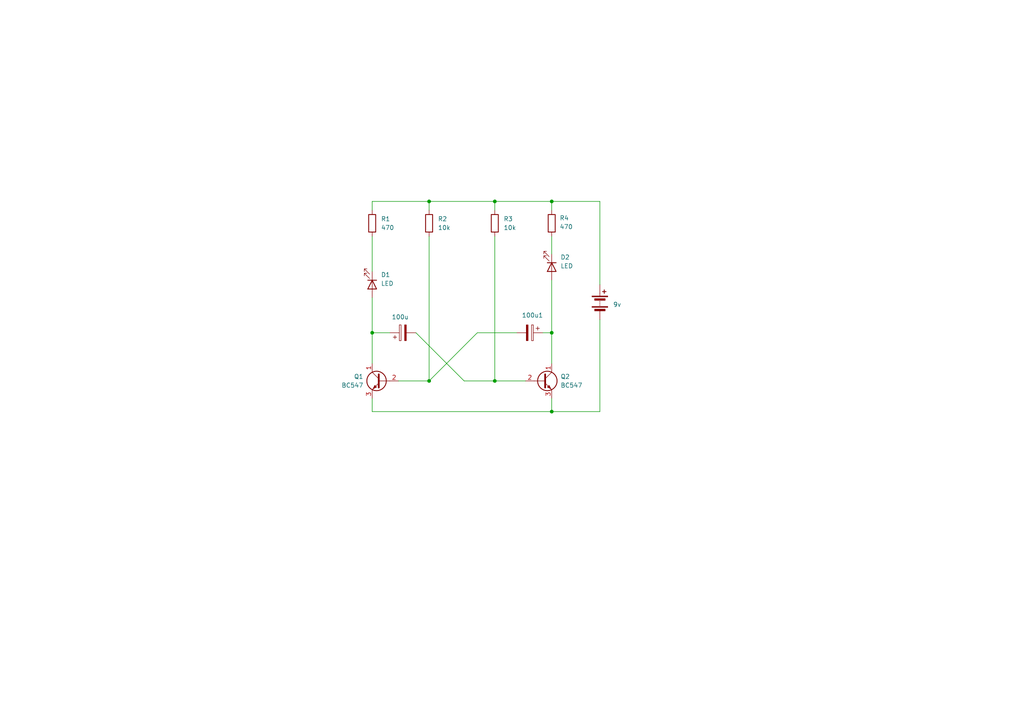
<source format=kicad_sch>
(kicad_sch (version 20250114) (generator "eeschema") (generator_version "9.0")
  (paper "A4")
  (lib_symbols
    (symbol "Device:Battery" (pin_numbers (hide yes)) (pin_names (offset 0) (hide yes))
      (property "Reference" "BT" (at 2.54 2.54 0))
      (property "Value" "Battery" (at 2.54 0 0))
      (symbol "Battery_0_1"
        (rectangle (start -2.286 1.778) (end 2.286 1.524) (fill (type outline)))
        (rectangle (start -2.286 -1.27) (end 2.286 -1.524) (fill (type outline)))
        (rectangle (start -1.524 1.016) (end 1.524 0.508) (fill (type outline)))
        (rectangle (start -1.524 -2.032) (end 1.524 -2.54) (fill (type outline)))
        (polyline (pts (xy 0 1.778) (xy 0 2.54)))
        (polyline (pts (xy 0 0) (xy 0 0.254)))
        (polyline (pts (xy 0 -0.508) (xy 0 -0.254)))
        (polyline (pts (xy 0 -1.016) (xy 0 -0.762)))
        (polyline (pts (xy 0.762 3.048) (xy 1.778 3.048)) (stroke (width 0.254)))
        (polyline (pts (xy 1.27 3.556) (xy 1.27 2.54)) (stroke (width 0.254)))
      )
      (symbol "Battery_1_1"
        (pin passive line (at 0 5.08 270) (length 2.54) (name "+") (number "1"))
        (pin passive line (at 0 -5.08 90) (length 2.54) (name "-") (number "2"))
      )
    )
    (symbol "Device:C_Polarized" (pin_numbers (hide yes)) (pin_names (offset 0.254))
      (property "Reference" "C" (at 0.635 2.54 0))
      (property "Value" "C_Polarized" (at 0.635 -2.54 0))
      (symbol "C_Polarized_0_1"
        (rectangle (start -2.286 0.508) (end 2.286 1.016))
        (polyline (pts (xy -1.778 2.286) (xy -0.762 2.286)))
        (polyline (pts (xy -1.27 2.794) (xy -1.27 1.778)))
        (rectangle (start 2.286 -0.508) (end -2.286 -1.016) (fill (type outline)))
      )
      (symbol "C_Polarized_1_1"
        (pin passive line (at 0 3.81 270) (length 2.794) (name "~") (number "1"))
        (pin passive line (at 0 -3.81 90) (length 2.794) (name "~") (number "2"))
      )
    )
    (symbol "Device:LED" (pin_numbers (hide yes)) (pin_names (offset 1.016) (hide yes))
      (property "Reference" "D" (at 0 2.54 0))
      (property "Value" "LED" (at 0 -2.54 0))
      (symbol "LED_0_1"
        (polyline (pts (xy -3.048 -0.762) (xy -4.572 -2.286) (xy -3.81 -2.286) (xy -4.572 -2.286) (xy -4.572 -1.524)))
        (polyline (pts (xy -1.778 -0.762) (xy -3.302 -2.286) (xy -2.54 -2.286) (xy -3.302 -2.286) (xy -3.302 -1.524)))
        (polyline (pts (xy -1.27 0) (xy 1.27 0)))
        (polyline (pts (xy -1.27 -1.27) (xy -1.27 1.27)) (stroke (width 0.254)))
        (polyline (pts (xy 1.27 -1.27) (xy 1.27 1.27) (xy -1.27 0) (xy 1.27 -1.27)) (stroke (width 0.254)))
      )
      (symbol "LED_1_1"
        (pin passive line (at -3.81 0 0) (length 2.54) (name "K") (number "1"))
        (pin passive line (at 3.81 0 180) (length 2.54) (name "A") (number "2"))
      )
    )
    (symbol "Device:R" (pin_numbers (hide yes)) (pin_names (offset 0))
      (property "Reference" "R" (at 2.032 0 90))
      (property "Value" "R" (at 0 0 90))
      (symbol "R_0_1"
        (rectangle (start -1.016 -2.54) (end 1.016 2.54) (stroke (width 0.254)))
      )
      (symbol "R_1_1"
        (pin passive line (at 0 3.81 270) (length 1.27) (name "~") (number "1"))
        (pin passive line (at 0 -3.81 90) (length 1.27) (name "~") (number "2"))
      )
    )
    (symbol "Transistor_BJT:BC547" (pin_names (offset 0) (hide yes))
      (property "Reference" "Q" (at 5.08 1.905 0))
      (property "Value" "BC547" (at 5.08 0 0))
      (symbol "BC547_0_1"
        (polyline (pts (xy -2.54 0) (xy 0.635 0)))
        (polyline (pts (xy 0.635 1.905) (xy 0.635 -1.905)) (stroke (width 0.508)))
        (circle (center 1.27 0) (radius 2.8194) (stroke (width 0.254)))
      )
      (symbol "BC547_1_1"
        (polyline (pts (xy 0.635 0.635) (xy 2.54 2.54)))
        (polyline (pts (xy 0.635 -0.635) (xy 2.54 -2.54)))
        (polyline (pts (xy 1.27 -1.778) (xy 1.778 -1.27) (xy 2.286 -2.286) (xy 1.27 -1.778)) (fill (type outline)))
        (pin input line (at -5.08 0 0) (length 2.54) (name "B") (number "2"))
        (pin passive line (at 2.54 5.08 270) (length 2.54) (name "C") (number "1"))
        (pin passive line (at 2.54 -5.08 90) (length 2.54) (name "E") (number "3"))
      )
    )
  )
  (junction (at 143.51 58.42))
  (junction (at 143.51 110.49))
  (junction (at 124.46 58.42))
  (junction (at 107.95 96.52))
  (junction (at 124.46 110.49))
  (junction (at 160.02 58.42))
  (junction (at 160.02 119.38))
  (junction (at 160.02 96.52))
  (wire (pts (xy 160.02 60.96) (xy 160.02 58.42)))
  (wire (pts (xy 143.51 58.42) (xy 124.46 58.42)))
  (wire (pts (xy 115.57 110.49) (xy 124.46 110.49)))
  (wire (pts (xy 124.46 110.49) (xy 138.43 96.52)))
  (wire (pts (xy 107.95 119.38) (xy 160.02 119.38)))
  (wire (pts (xy 107.95 96.52) (xy 107.95 86.36)))
  (wire (pts (xy 143.51 110.49) (xy 152.4 110.49)))
  (wire (pts (xy 173.99 82.55) (xy 173.99 58.42)))
  (wire (pts (xy 160.02 115.57) (xy 160.02 119.38)))
  (wire (pts (xy 160.02 119.38) (xy 173.99 119.38)))
  (wire (pts (xy 160.02 58.42) (xy 143.51 58.42)))
  (wire (pts (xy 160.02 105.41) (xy 160.02 96.52)))
  (wire (pts (xy 138.43 96.52) (xy 149.86 96.52)))
  (wire (pts (xy 124.46 58.42) (xy 124.46 60.96)))
  (wire (pts (xy 160.02 81.28) (xy 160.02 96.52)))
  (wire (pts (xy 173.99 58.42) (xy 160.02 58.42)))
  (wire (pts (xy 107.95 60.96) (xy 107.95 58.42)))
  (wire (pts (xy 107.95 96.52) (xy 107.95 105.41)))
  (wire (pts (xy 157.48 96.52) (xy 160.02 96.52)))
  (wire (pts (xy 143.51 68.58) (xy 143.51 110.49)))
  (wire (pts (xy 173.99 119.38) (xy 173.99 92.71)))
  (wire (pts (xy 107.95 68.58) (xy 107.95 78.74)))
  (wire (pts (xy 134.62 110.49) (xy 143.51 110.49)))
  (wire (pts (xy 143.51 60.96) (xy 143.51 58.42)))
  (wire (pts (xy 124.46 68.58) (xy 124.46 110.49)))
  (wire (pts (xy 107.95 115.57) (xy 107.95 119.38)))
  (wire (pts (xy 113.03 96.52) (xy 107.95 96.52)))
  (wire (pts (xy 134.62 110.49) (xy 120.65 96.52)))
  (wire (pts (xy 107.95 58.42) (xy 124.46 58.42)))
  (wire (pts (xy 160.02 68.58) (xy 160.02 73.66)))
  (symbol (lib_id "Device:C_Polarized") (at 153.67 96.52 270) (unit 1)
    (property "Reference" "100u1" (at 154.432 91.44 90))
    (property "Value" "C_Polarized" (effects (hide yes)))
    (property "Footprint" "Capacitor_THT:C_Rect_L7.2mm_W5.5mm_P5.00mm_FKS2_FKP2_MKS2_MKP2" (effects (hide yes)))
    (property "Description" "Polarized capacitor" (effects (hide yes)))
  )
  (symbol (lib_id "Device:LED") (at 160.02 77.47 270) (unit 1)
    (property "Reference" "D2" (at 162.56 74.6124 90) (effects (justify left)))
    (property "Value" "LED" (at 162.56 77.1524 90) (effects (justify left)))
    (property "Footprint" "LED_THT:LED_D3.0mm" (effects (hide yes)))
    (property "Description" "Light emitting diode" (effects (hide yes)))
    (property "Sim.Pins" "1=K 2=A" (effects (hide yes)))
  )
  (symbol (lib_id "Device:Battery") (at 173.99 87.63 0) (unit 1)
    (property "Reference" "BT1" (effects (hide yes)))
    (property "Value" "9v" (at 177.8 88.3284 0) (effects (justify left)))
    (property "Footprint" "Connector_PinSocket_2.54mm:PinSocket_1x02_P2.54mm_Horizontal" (effects (hide yes)))
    (property "Description" "Multiple-cell battery" (effects (hide yes)))
  )
  (symbol (lib_id "Device:R") (at 107.95 64.77 0) (unit 1)
    (property "Reference" "R1" (at 110.49 63.4999 0) (effects (justify left)))
    (property "Value" "470" (at 110.49 66.0399 0) (effects (justify left)))
    (property "Footprint" "Resistor_THT:R_Axial_DIN0204_L3.6mm_D1.6mm_P5.08mm_Horizontal" (effects (hide yes)))
    (property "Description" "Resistor" (effects (hide yes)))
  )
  (symbol (lib_id "Device:R") (at 160.02 64.77 0) (unit 1)
    (property "Reference" "R4" (at 162.306 63.246 0) (effects (justify left)))
    (property "Value" "470" (at 162.306 65.786 0) (effects (justify left)))
    (property "Footprint" "Resistor_THT:R_Axial_DIN0204_L3.6mm_D1.6mm_P5.08mm_Horizontal" (effects (hide yes)))
    (property "Description" "Resistor" (effects (hide yes)))
  )
  (symbol (lib_id "Device:R") (at 143.51 64.77 0) (unit 1)
    (property "Reference" "R3" (at 146.05 63.4999 0) (effects (justify left)))
    (property "Value" "10k" (at 146.05 66.0399 0) (effects (justify left)))
    (property "Footprint" "Resistor_THT:R_Axial_DIN0204_L3.6mm_D1.6mm_P5.08mm_Horizontal" (effects (hide yes)))
    (property "Description" "Resistor" (effects (hide yes)))
  )
  (symbol (lib_id "Transistor_BJT:BC547") (at 110.49 110.49 0) (mirror y) (unit 1)
    (property "Reference" "Q1" (at 105.41 109.2199 0) (effects (justify left)))
    (property "Value" "BC547" (at 105.41 111.7599 0) (effects (justify left)))
    (property "Footprint" "Package_TO_SOT_THT:TO-92_Inline" (effects (hide yes)))
    (property "Datasheet" "https://www.onsemi.com/pub/Collateral/BC550-D.pdf" (effects (hide yes)))
    (property "Description" "0.1A Ic, 45V Vce, Small Signal NPN Transistor, TO-92" (effects (hide yes)))
  )
  (symbol (lib_id "Device:LED") (at 107.95 82.55 270) (unit 1)
    (property "Reference" "D1" (at 110.49 79.6924 90) (effects (justify left)))
    (property "Value" "LED" (at 110.49 82.2324 90) (effects (justify left)))
    (property "Footprint" "LED_THT:LED_D3.0mm" (effects (hide yes)))
    (property "Description" "Light emitting diode" (effects (hide yes)))
    (property "Sim.Pins" "1=K 2=A" (effects (hide yes)))
  )
  (symbol (lib_id "Transistor_BJT:BC547") (at 157.48 110.49 0) (unit 1)
    (property "Reference" "Q2" (at 162.56 109.2199 0) (effects (justify left)))
    (property "Value" "BC547" (at 162.56 111.7599 0) (effects (justify left)))
    (property "Footprint" "Package_TO_SOT_THT:TO-92_Inline" (effects (hide yes)))
    (property "Datasheet" "https://www.onsemi.com/pub/Collateral/BC550-D.pdf" (effects (hide yes)))
    (property "Description" "0.1A Ic, 45V Vce, Small Signal NPN Transistor, TO-92" (effects (hide yes)))
  )
  (symbol (lib_id "Device:C_Polarized") (at 116.84 96.52 90) (unit 1)
    (property "Reference" "C1" (effects (hide yes)))
    (property "Value" "100u" (at 116.078 91.948 90))
    (property "Footprint" "Capacitor_THT:C_Rect_L7.2mm_W5.5mm_P5.00mm_FKS2_FKP2_MKS2_MKP2" (effects (hide yes)))
    (property "Description" "Polarized capacitor" (effects (hide yes)))
  )
  (symbol (lib_id "Device:R") (at 124.46 64.77 0) (unit 1)
    (property "Reference" "R2" (at 127 63.4999 0) (effects (justify left)))
    (property "Value" "10k" (at 127 66.0399 0) (effects (justify left)))
    (property "Footprint" "Resistor_THT:R_Axial_DIN0204_L3.6mm_D1.6mm_P5.08mm_Horizontal" (effects (hide yes)))
    (property "Description" "Resistor" (effects (hide yes)))
  )
)
</source>
